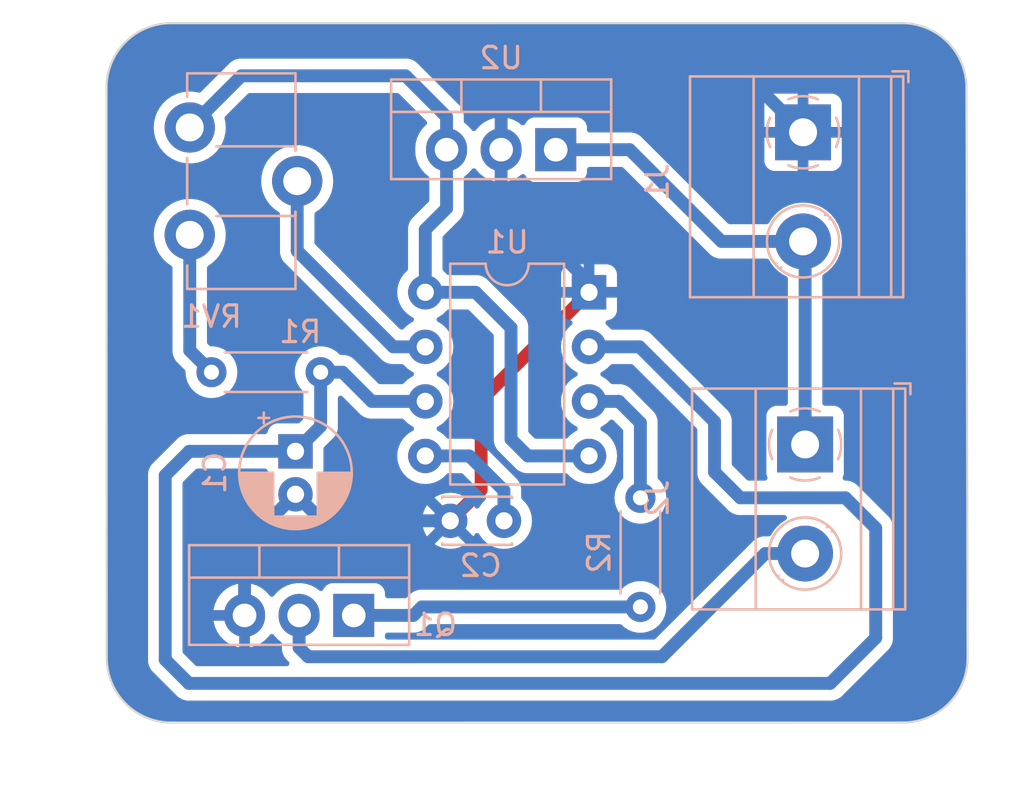
<source format=kicad_pcb>
(kicad_pcb (version 20221018) (generator pcbnew)
  (layers (0 "F.Cu" signal) (31 "B.Cu" signal) (34 "B.Paste" user) (35 "F.Paste" user) (36 "B.SilkS" user "B.Silkscreen") (37 "F.SilkS" user "F.Silkscreen") (38 "B.Mask" user) (39 "F.Mask" user) (44 "Edge.Cuts" user))
  (net 0 "")
  (net 1 "Net-(U1-THR)")
  (net 2 "GND")
  (net 3 "Net-(U1-CV)")
  (net 4 "Net-(J1-Pin_2)")
  (net 5 "Net-(J2-Pin_2)")
  (net 6 "Net-(Q1-G)")
  (net 7 "Net-(R1-Pad2)")
  (net 8 "Net-(U1-Q)")
  (net 9 "Net-(U1-DIS)")
  (net 10 "Net-(U1-R)")
  (footprint "Package_TO_SOT_THT:TO-220-3_Vertical" (layer "B.Cu") (at 74.6 81.035 180)
    (fp_text reference "Q1" (at -3.8 -0.435) (layer "B.SilkS") (effects (justify mirror)))
    (fp_text value "IRF540N")
    (fp_line (start -2.58 -1.371) (end 7.66 -1.371) (stroke (width 0.12)) (layer "B.SilkS"))
    (fp_line (start -2.58 1.76) (end 7.66 1.76) (stroke (width 0.12)) (layer "B.SilkS"))
    (fp_line (start -2.58 3.27) (end -2.58 -1.371) (stroke (width 0.12)) (layer "B.SilkS"))
    (fp_line (start -2.58 3.27) (end 7.66 3.27) (stroke (width 0.12)) (layer "B.SilkS"))
    (fp_line (start 0.69 3.27) (end 0.69 1.76) (stroke (width 0.12)) (layer "B.SilkS"))
    (fp_line (start 4.391 3.27) (end 4.391 1.76) (stroke (width 0.12)) (layer "B.SilkS"))
    (fp_line (start 7.66 3.27) (end 7.66 -1.371) (stroke (width 0.12)) (layer "B.SilkS"))
    (pad "1" thru_hole rect (at 0 0 180) (size 1.905 2) (drill 1.1) (layers "*.Cu" "*.Mask") (net 6 "Net-(Q1-G)"))
    (pad "2" thru_hole oval (at 2.54 0 180) (size 1.905 2) (drill 1.1) (layers "*.Cu" "*.Mask") (net 5 "Net-(J2-Pin_2)"))
    (pad "3" thru_hole oval (at 5.08 0 180) (size 1.905 2) (drill 1.1) (layers "*.Cu" "*.Mask") (net 2 "GND"))
  )
  (footprint "Capacitor_THT:C_Disc_D3.0mm_W2.0mm_P2.50mm" (layer "B.Cu") (at 81.59 76.63 180)
    (fp_text reference "C2" (at 1.08 -2.09) (layer "B.SilkS") (effects (justify mirror)))
    (fp_text value "0.1uF")
    (fp_line (start -0.37 -1.12) (end 2.87 -1.12) (stroke (width 0.12)) (layer "B.SilkS"))
    (fp_line (start -0.37 -1.055) (end -0.37 -1.12) (stroke (width 0.12)) (layer "B.SilkS"))
    (fp_line (start -0.37 1.12) (end -0.37 1.055) (stroke (width 0.12)) (layer "B.SilkS"))
    (fp_line (start -0.37 1.12) (end 2.87 1.12) (stroke (width 0.12)) (layer "B.SilkS"))
    (fp_line (start 2.87 -1.055) (end 2.87 -1.12) (stroke (width 0.12)) (layer "B.SilkS"))
    (fp_line (start 2.87 1.12) (end 2.87 1.055) (stroke (width 0.12)) (layer "B.SilkS"))
    (pad "1" thru_hole circle (at 0 0 180) (size 1.6 1.6) (drill 0.8) (layers "*.Cu" "*.Mask") (net 3 "Net-(U1-CV)"))
    (pad "2" thru_hole circle (at 2.5 0 180) (size 1.6 1.6) (drill 0.8) (layers "*.Cu" "*.Mask") (net 2 "GND"))
  )
  (footprint "Package_DIP:DIP-8_W7.62mm" (layer "B.Cu") (at 85.55 65.99 180)
    (fp_text reference "U1" (at 3.81 2.33) (layer "B.SilkS") (effects (justify mirror)))
    (fp_text value "LM555xN")
    (fp_line (start 1.16 -8.95) (end 6.46 -8.95) (stroke (width 0.12)) (layer "B.SilkS"))
    (fp_line (start 1.16 1.33) (end 1.16 -8.95) (stroke (width 0.12)) (layer "B.SilkS"))
    (fp_line (start 2.81 1.33) (end 1.16 1.33) (stroke (width 0.12)) (layer "B.SilkS"))
    (fp_line (start 6.46 -8.95) (end 6.46 1.33) (stroke (width 0.12)) (layer "B.SilkS"))
    (fp_line (start 6.46 1.33) (end 4.81 1.33) (stroke (width 0.12)) (layer "B.SilkS"))
    (fp_arc (start 2.81 1.33) (mid 3.81 0.33) (end 4.81 1.33) (stroke (width 0.12)) (layer "B.SilkS"))
    (pad "1" thru_hole rect (at 0 0 180) (size 1.6 1.6) (drill 0.8) (layers "*.Cu" "*.Mask") (net 2 "GND"))
    (pad "2" thru_hole oval (at 0 -2.54 180) (size 1.6 1.6) (drill 0.8) (layers "*.Cu" "*.Mask") (net 1 "Net-(U1-THR)"))
    (pad "3" thru_hole oval (at 0 -5.08 180) (size 1.6 1.6) (drill 0.8) (layers "*.Cu" "*.Mask") (net 8 "Net-(U1-Q)"))
    (pad "4" thru_hole oval (at 0 -7.62 180) (size 1.6 1.6) (drill 0.8) (layers "*.Cu" "*.Mask") (net 10 "Net-(U1-R)"))
    (pad "5" thru_hole oval (at 7.62 -7.62 180) (size 1.6 1.6) (drill 0.8) (layers "*.Cu" "*.Mask") (net 3 "Net-(U1-CV)"))
    (pad "6" thru_hole oval (at 7.62 -5.08 180) (size 1.6 1.6) (drill 0.8) (layers "*.Cu" "*.Mask") (net 1 "Net-(U1-THR)"))
    (pad "7" thru_hole oval (at 7.62 -2.54 180) (size 1.6 1.6) (drill 0.8) (layers "*.Cu" "*.Mask") (net 9 "Net-(U1-DIS)"))
    (pad "8" thru_hole oval (at 7.62 0 180) (size 1.6 1.6) (drill 0.8) (layers "*.Cu" "*.Mask") (net 10 "Net-(U1-R)"))
  )
  (footprint "Resistor_THT:R_Axial_DIN0204_L3.6mm_D1.6mm_P5.08mm_Horizontal" (layer "B.Cu") (at 87.94 75.56 -90)
    (fp_text reference "R2" (at 2.54 1.92 90) (layer "B.SilkS") (effects (justify mirror)))
    (fp_text value "50")
    (fp_line (start 0.62 -0.92) (end 4.46 -0.92) (stroke (width 0.12)) (layer "B.SilkS"))
    (fp_line (start 0.62 0.92) (end 4.46 0.92) (stroke (width 0.12)) (layer "B.SilkS"))
    (pad "1" thru_hole circle (at 0 0 270) (size 1.4 1.4) (drill 0.7) (layers "*.Cu" "*.Mask") (net 8 "Net-(U1-Q)"))
    (pad "2" thru_hole oval (at 5.08 0 270) (size 1.4 1.4) (drill 0.7) (layers "*.Cu" "*.Mask") (net 6 "Net-(Q1-G)"))
  )
  (footprint "Capacitor_THT:CP_Radial_D5.0mm_P2.00mm" (layer "B.Cu") (at 71.89 73.394888 -90)
    (fp_text reference "C1" (at 1 3.75 90) (layer "B.SilkS") (effects (justify mirror)))
    (fp_text value "10uF")
    (fp_line (start -1.804775 1.475) (end -1.304775 1.475) (stroke (width 0.12)) (layer "B.SilkS"))
    (fp_line (start -1.554775 1.725) (end -1.554775 1.225) (stroke (width 0.12)) (layer "B.SilkS"))
    (fp_line (start 1 -1.04) (end 1 -2.58) (stroke (width 0.12)) (layer "B.SilkS"))
    (fp_line (start 1 2.58) (end 1 1.04) (stroke (width 0.12)) (layer "B.SilkS"))
    (fp_line (start 1.04 -1.04) (end 1.04 -2.58) (stroke (width 0.12)) (layer "B.SilkS"))
    (fp_line (start 1.04 2.58) (end 1.04 1.04) (stroke (width 0.12)) (layer "B.SilkS"))
    (fp_line (start 1.08 -1.04) (end 1.08 -2.579) (stroke (width 0.12)) (layer "B.SilkS"))
    (fp_line (start 1.08 2.579) (end 1.08 1.04) (stroke (width 0.12)) (layer "B.SilkS"))
    (fp_line (start 1.12 -1.04) (end 1.12 -2.578) (stroke (width 0.12)) (layer "B.SilkS"))
    (fp_line (start 1.12 2.578) (end 1.12 1.04) (stroke (width 0.12)) (layer "B.SilkS"))
    (fp_line (start 1.16 -1.04) (end 1.16 -2.576) (stroke (width 0.12)) (layer "B.SilkS"))
    (fp_line (start 1.16 2.576) (end 1.16 1.04) (stroke (width 0.12)) (layer "B.SilkS"))
    (fp_line (start 1.2 -1.04) (end 1.2 -2.573) (stroke (width 0.12)) (layer "B.SilkS"))
    (fp_line (start 1.2 2.573) (end 1.2 1.04) (stroke (width 0.12)) (layer "B.SilkS"))
    (fp_line (start 1.24 -1.04) (end 1.24 -2.569) (stroke (width 0.12)) (layer "B.SilkS"))
    (fp_line (start 1.24 2.569) (end 1.24 1.04) (stroke (width 0.12)) (layer "B.SilkS"))
    (fp_line (start 1.28 -1.04) (end 1.28 -2.565) (stroke (width 0.12)) (layer "B.SilkS"))
    (fp_line (start 1.28 2.565) (end 1.28 1.04) (stroke (width 0.12)) (layer "B.SilkS"))
    (fp_line (start 1.32 -1.04) (end 1.32 -2.561) (stroke (width 0.12)) (layer "B.SilkS"))
    (fp_line (start 1.32 2.561) (end 1.32 1.04) (stroke (width 0.12)) (layer "B.SilkS"))
    (fp_line (start 1.36 -1.04) (end 1.36 -2.556) (stroke (width 0.12)) (layer "B.SilkS"))
    (fp_line (start 1.36 2.556) (end 1.36 1.04) (stroke (width 0.12)) (layer "B.SilkS"))
    (fp_line (start 1.4 -1.04) (end 1.4 -2.55) (stroke (width 0.12)) (layer "B.SilkS"))
    (fp_line (start 1.4 2.55) (end 1.4 1.04) (stroke (width 0.12)) (layer "B.SilkS"))
    (fp_line (start 1.44 -1.04) (end 1.44 -2.543) (stroke (width 0.12)) (layer "B.SilkS"))
    (fp_line (start 1.44 2.543) (end 1.44 1.04) (stroke (width 0.12)) (layer "B.SilkS"))
    (fp_line (start 1.48 -1.04) (end 1.48 -2.536) (stroke (width 0.12)) (layer "B.SilkS"))
    (fp_line (start 1.48 2.536) (end 1.48 1.04) (stroke (width 0.12)) (layer "B.SilkS"))
    (fp_line (start 1.52 -1.04) (end 1.52 -2.528) (stroke (width 0.12)) (layer "B.SilkS"))
    (fp_line (start 1.52 2.528) (end 1.52 1.04) (stroke (width 0.12)) (layer "B.SilkS"))
    (fp_line (start 1.56 -1.04) (end 1.56 -2.52) (stroke (width 0.12)) (layer "B.SilkS"))
    (fp_line (start 1.56 2.52) (end 1.56 1.04) (stroke (width 0.12)) (layer "B.SilkS"))
    (fp_line (start 1.6 -1.04) (end 1.6 -2.511) (stroke (width 0.12)) (layer "B.SilkS"))
    (fp_line (start 1.6 2.511) (end 1.6 1.04) (stroke (width 0.12)) (layer "B.SilkS"))
    (fp_line (start 1.64 -1.04) (end 1.64 -2.501) (stroke (width 0.12)) (layer "B.SilkS"))
    (fp_line (start 1.64 2.501) (end 1.64 1.04) (stroke (width 0.12)) (layer "B.SilkS"))
    (fp_line (start 1.68 -1.04) (end 1.68 -2.491) (stroke (width 0.12)) (layer "B.SilkS"))
    (fp_line (start 1.68 2.491) (end 1.68 1.04) (stroke (width 0.12)) (layer "B.SilkS"))
    (fp_line (start 1.721 -1.04) (end 1.721 -2.48) (stroke (width 0.12)) (layer "B.SilkS"))
    (fp_line (start 1.721 2.48) (end 1.721 1.04) (stroke (width 0.12)) (layer "B.SilkS"))
    (fp_line (start 1.761 -1.04) (end 1.761 -2.468) (stroke (width 0.12)) (layer "B.SilkS"))
    (fp_line (start 1.761 2.468) (end 1.761 1.04) (stroke (width 0.12)) (layer "B.SilkS"))
    (fp_line (start 1.801 -1.04) (end 1.801 -2.455) (stroke (width 0.12)) (layer "B.SilkS"))
    (fp_line (start 1.801 2.455) (end 1.801 1.04) (stroke (width 0.12)) (layer "B.SilkS"))
    (fp_line (start 1.841 -1.04) (end 1.841 -2.442) (stroke (width 0.12)) (layer "B.SilkS"))
    (fp_line (start 1.841 2.442) (end 1.841 1.04) (stroke (width 0.12)) (layer "B.SilkS"))
    (fp_line (start 1.881 -1.04) (end 1.881 -2.428) (stroke (width 0.12)) (layer "B.SilkS"))
    (fp_line (start 1.881 2.428) (end 1.881 1.04) (stroke (width 0.12)) (layer "B.SilkS"))
    (fp_line (start 1.921 -1.04) (end 1.921 -2.414) (stroke (width 0.12)) (layer "B.SilkS"))
    (fp_line (start 1.921 2.414) (end 1.921 1.04) (stroke (width 0.12)) (layer "B.SilkS"))
    (fp_line (start 1.961 -1.04) (end 1.961 -2.398) (stroke (width 0.12)) (layer "B.SilkS"))
    (fp_line (start 1.961 2.398) (end 1.961 1.04) (stroke (width 0.12)) (layer "B.SilkS"))
    (fp_line (start 2.001 -1.04) (end 2.001 -2.382) (stroke (width 0.12)) (layer "B.SilkS"))
    (fp_line (start 2.001 2.382) (end 2.001 1.04) (stroke (width 0.12)) (layer "B.SilkS"))
    (fp_line (start 2.041 -1.04) (end 2.041 -2.365) (stroke (width 0.12)) (layer "B.SilkS"))
    (fp_line (start 2.041 2.365) (end 2.041 1.04) (stroke (width 0.12)) (layer "B.SilkS"))
    (fp_line (start 2.081 -1.04) (end 2.081 -2.348) (stroke (width 0.12)) (layer "B.SilkS"))
    (fp_line (start 2.081 2.348) (end 2.081 1.04) (stroke (width 0.12)) (layer "B.SilkS"))
    (fp_line (start 2.121 -1.04) (end 2.121 -2.329) (stroke (width 0.12)) (layer "B.SilkS"))
    (fp_line (start 2.121 2.329) (end 2.121 1.04) (stroke (width 0.12)) (layer "B.SilkS"))
    (fp_line (start 2.161 -1.04) (end 2.161 -2.31) (stroke (width 0.12)) (layer "B.SilkS"))
    (fp_line (start 2.161 2.31) (end 2.161 1.04) (stroke (width 0.12)) (layer "B.SilkS"))
    (fp_line (start 2.201 -1.04) (end 2.201 -2.29) (stroke (width 0.12)) (layer "B.SilkS"))
    (fp_line (start 2.201 2.29) (end 2.201 1.04) (stroke (width 0.12)) (layer "B.SilkS"))
    (fp_line (start 2.241 -1.04) (end 2.241 -2.268) (stroke (width 0.12)) (layer "B.SilkS"))
    (fp_line (start 2.241 2.268) (end 2.241 1.04) (stroke (width 0.12)) (layer "B.SilkS"))
    (fp_line (start 2.281 -1.04) (end 2.281 -2.247) (stroke (width 0.12)) (layer "B.SilkS"))
    (fp_line (start 2.281 2.247) (end 2.281 1.04) (stroke (width 0.12)) (layer "B.SilkS"))
    (fp_line (start 2.321 -1.04) (end 2.321 -2.224) (stroke (width 0.12)) (layer "B.SilkS"))
    (fp_line (start 2.321 2.224) (end 2.321 1.04) (stroke (width 0.12)) (layer "B.SilkS"))
    (fp_line (start 2.361 -1.04) (end 2.361 -2.2) (stroke (width 0.12)) (layer "B.SilkS"))
    (fp_line (start 2.361 2.2) (end 2.361 1.04) (stroke (width 0.12)) (layer "B.SilkS"))
    (fp_line (start 2.401 -1.04) (end 2.401 -2.175) (stroke (width 0.12)) (layer "B.SilkS"))
    (fp_line (start 2.401 2.175) (end 2.401 1.04) (stroke (width 0.12)) (layer "B.SilkS"))
    (fp_line (start 2.441 -1.04) (end 2.441 -2.149) (stroke (width 0.12)) (layer "B.SilkS"))
    (fp_line (start 2.441 2.149) (end 2.441 1.04) (stroke (width 0.12)) (layer "B.SilkS"))
    (fp_line (start 2.481 -1.04) (end 2.481 -2.122) (stroke (width 0.12)) (layer "B.SilkS"))
    (fp_line (start 2.481 2.122) (end 2.481 1.04) (stroke (width 0.12)) (layer "B.SilkS"))
    (fp_line (start 2.521 -1.04) (end 2.521 -2.095) (stroke (width 0.12)) (layer "B.SilkS"))
    (fp_line (start 2.521 2.095) (end 2.521 1.04) (stroke (width 0.12)) (layer "B.SilkS"))
    (fp_line (start 2.561 -1.04) (end 2.561 -2.065) (stroke (width 0.12)) (layer "B.SilkS"))
    (fp_line (start 2.561 2.065) (end 2.561 1.04) (stroke (width 0.12)) (layer "B.SilkS"))
    (fp_line (start 2.601 -1.04) (end 2.601 -2.035) (stroke (width 0.12)) (layer "B.SilkS"))
    (fp_line (start 2.601 2.035) (end 2.601 1.04) (stroke (width 0.12)) (layer "B.SilkS"))
    (fp_line (start 2.641 -1.04) (end 2.641 -2.004) (stroke (width 0.12)) (layer "B.SilkS"))
    (fp_line (start 2.641 2.004) (end 2.641 1.04) (stroke (width 0.12)) (layer "B.SilkS"))
    (fp_line (start 2.681 -1.04) (end 2.681 -1.971) (stroke (width 0.12)) (layer "B.SilkS"))
    (fp_line (start 2.681 1.971) (end 2.681 1.04) (stroke (width 0.12)) (layer "B.SilkS"))
    (fp_line (start 2.721 -1.04) (end 2.721 -1.937) (stroke (width 0.12)) (layer "B.SilkS"))
    (fp_line (start 2.721 1.937) (end 2.721 1.04) (stroke (width 0.12)) (layer "B.SilkS"))
    (fp_line (start 2.761 -1.04) (end 2.761 -1.901) (stroke (width 0.12)) (layer "B.SilkS"))
    (fp_line (start 2.761 1.901) (end 2.761 1.04) (stroke (width 0.12)) (layer "B.SilkS"))
    (fp_line (start 2.801 -1.04) (end 2.801 -1.864) (stroke (width 0.12)) (layer "B.SilkS"))
    (fp_line (start 2.801 1.864) (end 2.801 1.04) (stroke (width 0.12)) (layer "B.SilkS"))
    (fp_line (start 2.841 -1.04) (end 2.841 -1.826) (stroke (width 0.12)) (layer "B.SilkS"))
    (fp_line (start 2.841 1.826) (end 2.841 1.04) (stroke (width 0.12)) (layer "B.SilkS"))
    (fp_line (start 2.881 -1.04) (end 2.881 -1.785) (stroke (width 0.12)) (layer "B.SilkS"))
    (fp_line (start 2.881 1.785) (end 2.881 1.04) (stroke (width 0.12)) (layer "B.SilkS"))
    (fp_line (start 2.921 -1.04) (end 2.921 -1.743) (stroke (width 0.12)) (layer "B.SilkS"))
    (fp_line (start 2.921 1.743) (end 2.921 1.04) (stroke (width 0.12)) (layer "B.SilkS"))
    (fp_line (start 2.961 -1.04) (end 2.961 -1.699) (stroke (width 0.12)) (layer "B.SilkS"))
    (fp_line (start 2.961 1.699) (end 2.961 1.04) (stroke (width 0.12)) (layer "B.SilkS"))
    (fp_line (start 3.001 -1.04) (end 3.001 -1.653) (stroke (width 0.12)) (layer "B.SilkS"))
    (fp_line (start 3.001 1.653) (end 3.001 1.04) (stroke (width 0.12)) (layer "B.SilkS"))
    (fp_line (start 3.041 1.605) (end 3.041 -1.605) (stroke (width 0.12)) (layer "B.SilkS"))
    (fp_line (start 3.081 1.554) (end 3.081 -1.554) (stroke (width 0.12)) (layer "B.SilkS"))
    (fp_line (start 3.121 1.5) (end 3.121 -1.5) (stroke (width 0.12)) (layer "B.SilkS"))
    (fp_line (start 3.161 1.443) (end 3.161 -1.443) (stroke (width 0.12)) (layer "B.SilkS"))
    (fp_line (start 3.201 1.383) (end 3.201 -1.383) (stroke (width 0.12)) (layer "B.SilkS"))
    (fp_line (start 3.241 1.319) (end 3.241 -1.319) (stroke (width 0.12)) (layer "B.SilkS"))
    (fp_line (start 3.281 1.251) (end 3.281 -1.251) (stroke (width 0.12)) (layer "B.SilkS"))
    (fp_line (start 3.321 1.178) (end 3.321 -1.178) (stroke (width 0.12)) (layer "B.SilkS"))
    (fp_line (start 3.361 1.098) (end 3.361 -1.098) (stroke (width 0.12)) (layer "B.SilkS"))
    (fp_line (start 3.401 1.011) (end 3.401 -1.011) (stroke (width 0.12)) (layer "B.SilkS"))
    (fp_line (start 3.441 0.915) (end 3.441 -0.915) (stroke (width 0.12)) (layer "B.SilkS"))
    (fp_line (start 3.481 0.805) (end 3.481 -0.805) (stroke (width 0.12)) (layer "B.SilkS"))
    (fp_line (start 3.521 0.677) (end 3.521 -0.677) (stroke (width 0.12)) (layer "B.SilkS"))
    (fp_line (start 3.561 0.518) (end 3.561 -0.518) (stroke (width 0.12)) (layer "B.SilkS"))
    (fp_line (start 3.601 0.284) (end 3.601 -0.284) (stroke (width 0.12)) (layer "B.SilkS"))
    (fp_circle (center 1 0) (end 3.62 0) (stroke (width 0.12)) (fill none) (layer "B.SilkS"))
    (pad "1" thru_hole rect (at 0 0 270) (size 1.6 1.6) (drill 0.8) (layers "*.Cu" "*.Mask") (net 1 "Net-(U1-THR)"))
    (pad "2" thru_hole circle (at 2 0 270) (size 1.6 1.6) (drill 0.8) (layers "*.Cu" "*.Mask") (net 2 "GND"))
  )
  (footprint "Resistor_THT:R_Axial_DIN0204_L3.6mm_D1.6mm_P5.08mm_Horizontal" (layer "B.Cu") (at 73.06 69.710001 180)
    (fp_text reference "R1" (at 0.95 1.880001) (layer "B.SilkS") (effects (justify mirror)))
    (fp_text value "100k")
    (fp_line (start 0.62 -0.92) (end 4.46 -0.92) (stroke (width 0.12)) (layer "B.SilkS"))
    (fp_line (start 0.62 0.92) (end 4.46 0.92) (stroke (width 0.12)) (layer "B.SilkS"))
    (pad "1" thru_hole circle (at 0 0 180) (size 1.4 1.4) (drill 0.7) (layers "*.Cu" "*.Mask") (net 1 "Net-(U1-THR)"))
    (pad "2" thru_hole oval (at 5.08 0 180) (size 1.4 1.4) (drill 0.7) (layers "*.Cu" "*.Mask") (net 7 "Net-(R1-Pad2)"))
  )
  (footprint "Package_TO_SOT_THT:TO-220-3_Vertical" (layer "B.Cu") (at 84 59.35 180)
    (fp_text reference "U2" (at 2.54 4.27) (layer "B.SilkS") (effects (justify mirror)))
    (fp_text value "LM7805_TO220")
    (fp_line (start -2.58 -1.371) (end 7.66 -1.371) (stroke (width 0.12)) (layer "B.SilkS"))
    (fp_line (start -2.58 1.76) (end 7.66 1.76) (stroke (width 0.12)) (layer "B.SilkS"))
    (fp_line (start -2.58 3.27) (end -2.58 -1.371) (stroke (width 0.12)) (layer "B.SilkS"))
    (fp_line (start -2.58 3.27) (end 7.66 3.27) (stroke (width 0.12)) (layer "B.SilkS"))
    (fp_line (start 0.69 3.27) (end 0.69 1.76) (stroke (width 0.12)) (layer "B.SilkS"))
    (fp_line (start 4.391 3.27) (end 4.391 1.76) (stroke (width 0.12)) (layer "B.SilkS"))
    (fp_line (start 7.66 3.27) (end 7.66 -1.371) (stroke (width 0.12)) (layer "B.SilkS"))
    (pad "1" thru_hole rect (at 0 0 180) (size 1.905 2) (drill 1.1) (layers "*.Cu" "*.Mask") (net 4 "Net-(J1-Pin_2)"))
    (pad "2" thru_hole oval (at 2.54 0 180) (size 1.905 2) (drill 1.1) (layers "*.Cu" "*.Mask") (net 2 "GND"))
    (pad "3" thru_hole oval (at 5.08 0 180) (size 1.905 2) (drill 1.1) (layers "*.Cu" "*.Mask") (net 10 "Net-(U1-R)"))
  )
  (footprint "Potentiometer_THT:Potentiometer_ACP_CA9-H5_Horizontal" (layer "B.Cu") (at 66.97 63.315)
    (fp_text reference "RV1" (at 1.01 3.805) (layer "B.SilkS") (effects (justify mirror)))
    (fp_text value "250k")
    (fp_line (start -0.121 -7.52) (end 4.92 -7.52) (stroke (width 0.12)) (layer "B.SilkS"))
    (fp_line (start -0.121 -6.425) (end -0.121 -7.52) (stroke (width 0.12)) (layer "B.SilkS"))
    (fp_line (start -0.121 -1.426) (end -0.121 -3.575) (stroke (width 0.12)) (layer "B.SilkS"))
    (fp_line (start -0.121 -1.426) (end -0.121 -3.575) (stroke (width 0.12)) (layer "B.SilkS"))
    (fp_line (start -0.121 2.521) (end -0.121 1.426) (stroke (width 0.12)) (layer "B.SilkS"))
    (fp_line (start -0.121 2.521) (end 4.92 2.521) (stroke (width 0.12)) (layer "B.SilkS"))
    (fp_line (start 1.237 -4.12) (end 4.92 -4.12) (stroke (width 0.12)) (layer "B.SilkS"))
    (fp_line (start 1.237 -0.88) (end 4.92 -0.88) (stroke (width 0.12)) (layer "B.SilkS"))
    (fp_line (start 4.92 -3.925) (end 4.92 -7.52) (stroke (width 0.12)) (layer "B.SilkS"))
    (fp_line (start 4.92 -3.925) (end 4.92 -4.12) (stroke (width 0.12)) (layer "B.SilkS"))
    (fp_line (start 4.92 -0.88) (end 4.92 -1.075) (stroke (width 0.12)) (layer "B.SilkS"))
    (fp_line (start 4.92 2.521) (end 4.92 -1.075) (stroke (width 0.12)) (layer "B.SilkS"))
    (pad "1" thru_hole circle (at 0 0) (size 2.34 2.34) (drill 1.3) (layers "*.Cu" "*.Mask") (net 7 "Net-(R1-Pad2)"))
    (pad "2" thru_hole circle (at 5 -2.5) (size 2.34 2.34) (drill 1.3) (layers "*.Cu" "*.Mask") (net 9 "Net-(U1-DIS)"))
    (pad "3" thru_hole circle (at 0 -5) (size 2.34 2.34) (drill 1.3) (layers "*.Cu" "*.Mask") (net 10 "Net-(U1-R)"))
  )
  (footprint "TerminalBlock_Phoenix:TerminalBlock_Phoenix_MKDS-1,5-2-5.08_1x02_P5.08mm_Horizontal" (layer "B.Cu") (at 95.51 58.54 -90)
    (fp_text reference "J1" (at 2.31 6.78 90) (layer "B.SilkS") (effects (justify mirror)))
    (fp_text value "Vin")
    (fp_line (start -2.84 -4.9) (end -2.34 -4.9) (stroke (width 0.12)) (layer "B.SilkS"))
    (fp_line (start -2.84 -4.16) (end -2.84 -4.9) (stroke (width 0.12)) (layer "B.SilkS"))
    (fp_line (start -2.6 -4.66) (end 7.68 -4.66) (stroke (width 0.12)) (layer "B.SilkS"))
    (fp_line (start -2.6 -4.1) (end 7.68 -4.1) (stroke (width 0.12)) (layer "B.SilkS"))
    (fp_line (start -2.6 -2.6) (end 7.68 -2.6) (stroke (width 0.12)) (layer "B.SilkS"))
    (fp_line (start -2.6 2.301) (end 7.68 2.301) (stroke (width 0.12)) (layer "B.SilkS"))
    (fp_line (start -2.6 5.261) (end -2.6 -4.66) (stroke (width 0.12)) (layer "B.SilkS"))
    (fp_line (start -2.6 5.261) (end 7.68 5.261) (stroke (width 0.12)) (layer "B.SilkS"))
    (fp_line (start 3.853 -1.023) (end 3.806 -1.069) (stroke (width 0.12)) (layer "B.SilkS"))
    (fp_line (start 4.046 -1.239) (end 4.011 -1.274) (stroke (width 0.12)) (layer "B.SilkS"))
    (fp_line (start 6.15 1.275) (end 6.115 1.239) (stroke (width 0.12)) (layer "B.SilkS"))
    (fp_line (start 6.355 1.069) (end 6.308 1.023) (stroke (width 0.12)) (layer "B.SilkS"))
    (fp_line (start 7.68 5.261) (end 7.68 -4.66) (stroke (width 0.12)) (layer "B.SilkS"))
    (fp_arc (start -1.535 0.684) (mid -1.680501 0.000524) (end -1.535427 -0.683042) (stroke (width 0.12)) (layer "B.SilkS"))
    (fp_arc (start -0.684 -1.535) (mid -0.335551 -1.646659) (end 0.028805 -1.680253) (stroke (width 0.12)) (layer "B.SilkS"))
    (fp_arc (start 0 -1.68) (mid 0.349292 -1.643288) (end 0.683318 -1.534756) (stroke (width 0.12)) (layer "B.SilkS"))
    (fp_arc (start 0.684 1.535) (mid 0.000524 1.680501) (end -0.683042 1.535427) (stroke (width 0.12)) (layer "B.SilkS"))
    (fp_arc (start 1.535 -0.684) (mid 1.6805 -0.000524) (end 1.535427 0.683042) (stroke (width 0.12)) (layer "B.SilkS"))
    (fp_circle (center 5.08 0) (end 6.76 0) (stroke (width 0.12)) (fill none) (layer "B.SilkS"))
    (pad "1" thru_hole rect (at 0 0 270) (size 2.6 2.6) (drill 1.3) (layers "*.Cu" "*.Mask") (net 2 "GND"))
    (pad "2" thru_hole circle (at 5.08 0 270) (size 2.6 2.6) (drill 1.3) (layers "*.Cu" "*.Mask") (net 4 "Net-(J1-Pin_2)"))
  )
  (footprint "TerminalBlock_Phoenix:TerminalBlock_Phoenix_MKDS-1,5-2-5.08_1x02_P5.08mm_Horizontal" (layer "B.Cu") (at 95.605 73.075 -90)
    (fp_text reference "J2" (at 2.505 6.875 -270) (layer "B.SilkS") (effects (justify mirror)))
    (fp_text value "Out")
    (fp_line (start -2.84 -4.9) (end -2.34 -4.9) (stroke (width 0.12)) (layer "B.SilkS"))
    (fp_line (start -2.84 -4.16) (end -2.84 -4.9) (stroke (width 0.12)) (layer "B.SilkS"))
    (fp_line (start -2.6 -4.66) (end 7.68 -4.66) (stroke (width 0.12)) (layer "B.SilkS"))
    (fp_line (start -2.6 -4.1) (end 7.68 -4.1) (stroke (width 0.12)) (layer "B.SilkS"))
    (fp_line (start -2.6 -2.6) (end 7.68 -2.6) (stroke (width 0.12)) (layer "B.SilkS"))
    (fp_line (start -2.6 2.301) (end 7.68 2.301) (stroke (width 0.12)) (layer "B.SilkS"))
    (fp_line (start -2.6 5.261) (end -2.6 -4.66) (stroke (width 0.12)) (layer "B.SilkS"))
    (fp_line (start -2.6 5.261) (end 7.68 5.261) (stroke (width 0.12)) (layer "B.SilkS"))
    (fp_line (start 3.853 -1.023) (end 3.806 -1.069) (stroke (width 0.12)) (layer "B.SilkS"))
    (fp_line (start 4.046 -1.239) (end 4.011 -1.274) (stroke (width 0.12)) (layer "B.SilkS"))
    (fp_line (start 6.15 1.275) (end 6.115 1.239) (stroke (width 0.12)) (layer "B.SilkS"))
    (fp_line (start 6.355 1.069) (end 6.308 1.023) (stroke (width 0.12)) (layer "B.SilkS"))
    (fp_line (start 7.68 5.261) (end 7.68 -4.66) (stroke (width 0.12)) (layer "B.SilkS"))
    (fp_arc (start -1.535 0.684) (mid -1.680501 0.000524) (end -1.535427 -0.683042) (stroke (width 0.12)) (layer "B.SilkS"))
    (fp_arc (start -0.684 -1.535) (mid -0.335551 -1.646659) (end 0.028805 -1.680253) (stroke (width 0.12)) (layer "B.SilkS"))
    (fp_arc (start 0 -1.68) (mid 0.349292 -1.643288) (end 0.683318 -1.534756) (stroke (width 0.12)) (layer "B.SilkS"))
    (fp_arc (start 0.684 1.535) (mid 0.000524 1.680501) (end -0.683042 1.535427) (stroke (width 0.12)) (layer "B.SilkS"))
    (fp_arc (start 1.535 -0.684) (mid 1.6805 -0.000524) (end 1.535427 0.683042) (stroke (width 0.12)) (layer "B.SilkS"))
    (fp_circle (center 5.08 0) (end 6.76 0) (stroke (width 0.12)) (fill none) (layer "B.SilkS"))
    (pad "1" thru_hole rect (at 0 0 270) (size 2.6 2.6) (drill 1.3) (layers "*.Cu" "*.Mask") (net 4 "Net-(J1-Pin_2)"))
    (pad "2" thru_hole circle (at 5.08 0 270) (size 2.6 2.6) (drill 1.3) (layers "*.Cu" "*.Mask") (net 5 "Net-(J2-Pin_2)"))
  )
  (gr_line (start 100.119755 53.459131) (end 66.119179 53.460699) (stroke (width 0.1)) (layer "Edge.Cuts"))
  (gr_line (start 66.100245 86.020869) (end 100.140821 86.019301) (stroke (width 0.1)) (layer "Edge.Cuts"))
  (gr_arc (start 63.099131 56.450245) (mid 63.99 54.33) (end 66.119179 53.460699) (stroke (width 0.1)) (layer "Edge.Cuts"))
  (gr_arc (start 103.160869 83.029755) (mid 102.27 85.15) (end 100.140821 86.019301) (stroke (width 0.1)) (layer "Edge.Cuts"))
  (gr_arc (start 100.119755 53.459131) (mid 102.24 54.35) (end 103.109301 56.479179) (stroke (width 0.1)) (layer "Edge.Cuts"))
  (gr_line (start 63.099131 56.450245) (end 63.110699 83.000821) (stroke (width 0.1)) (layer "Edge.Cuts"))
  (gr_line (start 103.109301 56.479179) (end 103.160869 83.029755) (stroke (width 0.1)) (layer "Edge.Cuts"))
  (gr_arc (start 66.100245 86.020869) (mid 63.98 85.13) (end 63.110699 83.000821) (stroke (width 0.1)) (layer "Edge.Cuts"))
  (segment (start 66.945112 73.394888) (end 71.89 73.394888) (width 0.6) (layer "B.Cu") (net 1))
  (segment (start 98.89 82.08) (end 96.77 84.2) (width 0.6) (layer "B.Cu") (net 1))
  (segment (start 91.39 72.02) (end 91.39 74.36) (width 0.6) (layer "B.Cu") (net 1))
  (segment (start 91.39 74.36) (end 92.59 75.56) (width 0.6) (layer "B.Cu") (net 1))
  (segment (start 73.06 69.710001) (end 73.06 72.224888) (width 0.6) (layer "B.Cu") (net 1))
  (segment (start 92.59 75.56) (end 97.48 75.56) (width 0.6) (layer "B.Cu") (net 1))
  (segment (start 74.080001 69.710001) (end 75.44 71.07) (width 0.6) (layer "B.Cu") (net 1))
  (segment (start 97.48 75.56) (end 98.89 76.97) (width 0.6) (layer "B.Cu") (net 1))
  (segment (start 98.89 76.97) (end 98.89 82.08) (width 0.6) (layer "B.Cu") (net 1))
  (segment (start 73.06 72.224888) (end 71.89 73.394888) (width 0.6) (layer "B.Cu") (net 1))
  (segment (start 96.77 84.2) (end 66.93 84.2) (width 0.6) (layer "B.Cu") (net 1))
  (segment (start 66.93 84.2) (end 65.83 83.1) (width 0.6) (layer "B.Cu") (net 1))
  (segment (start 85.55 68.53) (end 87.9 68.53) (width 0.6) (layer "B.Cu") (net 1))
  (segment (start 65.83 83.1) (end 65.83 74.51) (width 0.6) (layer "B.Cu") (net 1))
  (segment (start 87.9 68.53) (end 91.39 72.02) (width 0.6) (layer "B.Cu") (net 1))
  (segment (start 75.44 71.07) (end 77.93 71.07) (width 0.6) (layer "B.Cu") (net 1))
  (segment (start 65.83 74.51) (end 66.945112 73.394888) (width 0.6) (layer "B.Cu") (net 1))
  (segment (start 73.06 69.710001) (end 74.080001 69.710001) (width 0.6) (layer "B.Cu") (net 1))
  (segment (start 80.53 71.01) (end 80.53 75.19) (width 0.6) (layer "F.Cu") (net 2))
  (segment (start 80.53 75.19) (end 79.09 76.63) (width 0.6) (layer "F.Cu") (net 2))
  (segment (start 85.55 65.99) (end 80.53 71.01) (width 0.6) (layer "F.Cu") (net 2))
  (segment (start 93.68 56.71) (end 95.51 58.54) (width 0.6) (layer "B.Cu") (net 2))
  (segment (start 81.46 57.3) (end 82.05 56.71) (width 0.6) (layer "B.Cu") (net 2))
  (segment (start 79.09 76.63) (end 73.125112 76.63) (width 0.6) (layer "B.Cu") (net 2))
  (segment (start 85.55 65.53) (end 85.55 65.99) (width 0.6) (layer "B.Cu") (net 2))
  (segment (start 69.52 81.035) (end 69.52 77.764888) (width 0.6) (layer "B.Cu") (net 2))
  (segment (start 73.125112 76.63) (end 71.89 75.394888) (width 0.6) (layer "B.Cu") (net 2))
  (segment (start 69.52 77.764888) (end 71.89 75.394888) (width 0.6) (layer "B.Cu") (net 2))
  (segment (start 81.46 59.35) (end 81.46 61.44) (width 0.6) (layer "B.Cu") (net 2))
  (segment (start 82.05 56.71) (end 93.68 56.71) (width 0.6) (layer "B.Cu") (net 2))
  (segment (start 81.46 61.44) (end 85.55 65.53) (width 0.6) (layer "B.Cu") (net 2))
  (segment (start 81.46 59.35) (end 81.46 57.3) (width 0.6) (layer "B.Cu") (net 2))
  (segment (start 77.93 73.61) (end 79.98 73.61) (width 0.6) (layer "B.Cu") (net 3))
  (segment (start 79.98 73.61) (end 81.59 75.22) (width 0.6) (layer "B.Cu") (net 3))
  (segment (start 81.59 75.22) (end 81.59 76.63) (width 0.6) (layer "B.Cu") (net 3))
  (segment (start 84 59.35) (end 87.44 59.35) (width 0.6) (layer "B.Cu") (net 4))
  (segment (start 91.71 63.62) (end 95.51 63.62) (width 0.6) (layer "B.Cu") (net 4))
  (segment (start 95.605 73.075) (end 95.605 63.715) (width 0.6) (layer "B.Cu") (net 4))
  (segment (start 87.44 59.35) (end 91.71 63.62) (width 0.6) (layer "B.Cu") (net 4))
  (segment (start 95.605 63.715) (end 95.51 63.62) (width 0.6) (layer "B.Cu") (net 4))
  (segment (start 88.94 82.96) (end 93.745 78.155) (width 0.6) (layer "B.Cu") (net 5))
  (segment (start 72.48 82.96) (end 88.94 82.96) (width 0.6) (layer "B.Cu") (net 5))
  (segment (start 72.06 81.035) (end 72.06 82.54) (width 0.6) (layer "B.Cu") (net 5))
  (segment (start 72.06 82.54) (end 72.48 82.96) (width 0.6) (layer "B.Cu") (net 5))
  (segment (start 93.745 78.155) (end 95.605 78.155) (width 0.6) (layer "B.Cu") (net 5))
  (segment (start 74.6 81.035) (end 77.375 81.035) (width 0.6) (layer "B.Cu") (net 6))
  (segment (start 77.375 81.035) (end 77.705 80.705) (width 0.6) (layer "B.Cu") (net 6))
  (segment (start 87.94 80.64) (end 77.77 80.64) (width 0.6) (layer "B.Cu") (net 6))
  (segment (start 77.77 80.64) (end 77.705 80.705) (width 0.6) (layer "B.Cu") (net 6))
  (segment (start 66.97 68.700001) (end 67.98 69.710001) (width 0.6) (layer "B.Cu") (net 7))
  (segment (start 66.97 63.315) (end 66.97 68.700001) (width 0.6) (layer "B.Cu") (net 7))
  (segment (start 87.94 75.56) (end 87.94 72.07) (width 0.6) (layer "B.Cu") (net 8))
  (segment (start 85.55 71.07) (end 86.94 71.07) (width 0.6) (layer "B.Cu") (net 8))
  (segment (start 87.94 72.07) (end 86.94 71.07) (width 0.6) (layer "B.Cu") (net 8))
  (segment (start 71.97 64.06) (end 76.44 68.53) (width 0.6) (layer "B.Cu") (net 9))
  (segment (start 76.44 68.53) (end 77.93 68.53) (width 0.6) (layer "B.Cu") (net 9))
  (segment (start 71.97 60.815) (end 71.97 64.06) (width 0.6) (layer "B.Cu") (net 9))
  (segment (start 77.93 63.07) (end 77.93 65.99) (width 0.6) (layer "B.Cu") (net 10))
  (segment (start 77.01 55.91) (end 78.92 57.82) (width 0.6) (layer "B.Cu") (net 10))
  (segment (start 78.92 57.82) (end 78.92 59.35) (width 0.6) (layer "B.Cu") (net 10))
  (segment (start 82.7 73.61) (end 85.55 73.61) (width 0.6) (layer "B.Cu") (net 10))
  (segment (start 81.92 72.83) (end 82.7 73.61) (width 0.6) (layer "B.Cu") (net 10))
  (segment (start 78.92 62.08) (end 77.93 63.07) (width 0.6) (layer "B.Cu") (net 10))
  (segment (start 80.27 65.99) (end 81.92 67.64) (width 0.6) (layer "B.Cu") (net 10))
  (segment (start 77.93 65.99) (end 80.27 65.99) (width 0.6) (layer "B.Cu") (net 10))
  (segment (start 81.92 67.64) (end 81.92 72.83) (width 0.6) (layer "B.Cu") (net 10))
  (segment (start 78.92 59.35) (end 78.92 62.08) (width 0.6) (layer "B.Cu") (net 10))
  (segment (start 69.375 55.91) (end 77.01 55.91) (width 0.6) (layer "B.Cu") (net 10))
  (segment (start 66.97 58.315) (end 69.375 55.91) (width 0.6) (layer "B.Cu") (net 10))
  (zone (net 2) (net_name "GND") (layer "B.Cu") (connect_pads (clearance 0.5)) (min_thickness 0.25) (fill yes (thermal_gap 0.5) (thermal_bridge_width 0.5))
    (polygon (pts (xy 60.59 52.38) (xy 105.74 52.44) (xy 105.8 89.69) (xy 58.14 90.12) (xy 58.34 52.71)))
  )
)
</source>
